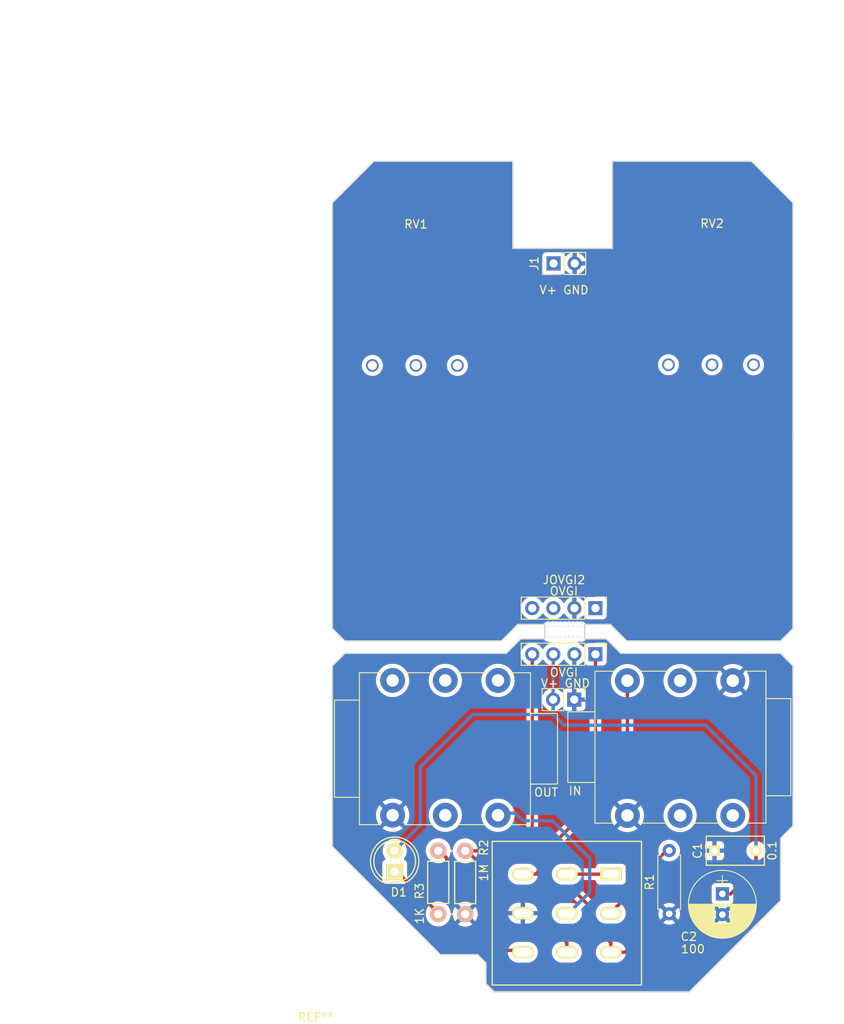
<source format=kicad_pcb>
(kicad_pcb (version 20221018) (generator pcbnew)
  (layers (0 "F.Cu" signal) (31 "B.Cu" signal) (34 "B.Paste" user) (35 "F.Paste" user) (36 "B.SilkS" user "B.Silkscreen") (37 "F.SilkS" user "F.Silkscreen") (38 "B.Mask" user) (39 "F.Mask" user) (44 "Edge.Cuts" user))
  (net 0 "")
  (net 4 "Net-(J2-Pad2)")
  (net 5 "Net-(SW1-Pad1)")
  (net 6 "Net-(R3-Pad2)")
  (net 7 "Net-(J3-Pad2)")
  (net 8 "Net-(D1-Pad1)")
  (net 9 "GND")
  (net 10 "/O")
  (net 11 "/I")
  (net 12 "+9V")
  (footprint "Pedal-Components:Potentiometer_ALPHA_RV16106N" (layer "F.Cu") (at 164.695 59.845)
    (fp_text reference "RV2" (at 0 -0.5 unlocked) (layer "F.SilkS"))
    (fp_text value "R_Potentiometer")
    (pad "1" thru_hole circle (at -5.25 16.5) (size 1.524 1.524) (drill 1.1) (layers "*.Cu" "*.Mask"))
    (pad "2" thru_hole circle (at 0 16.5) (size 1.524 1.524) (drill 1.1) (layers "*.Cu" "*.Mask"))
    (pad "3" thru_hole circle (at 5 16.5) (size 1.524 1.524) (drill 1.1) (layers "*.Cu" "*.Mask"))
  )
  (footprint "KiCad Lib:mousebites" (layer "F.Cu") (at 146.945 109.845)
    (fp_text reference "REF**" hide)
    (fp_text value "mousebites" hide)
    (pad "" thru_hole circle (at -2 -2) (size 0.2 0.2) (drill 0.2) (layers "*.Cu" "*.Mask"))
    (pad "" thru_hole circle (at -1.5 -2) (size 0.2 0.2) (drill 0.2) (layers "*.Cu" "*.Mask"))
    (pad "" thru_hole circle (at -1 -2) (size 0.2 0.2) (drill 0.2) (layers "*.Cu" "*.Mask"))
    (pad "" thru_hole circle (at -0.5 -2) (size 0.2 0.2) (drill 0.2) (layers "*.Cu" "*.Mask"))
    (pad "" thru_hole circle (at 0 -2) (size 0.2 0.2) (drill 0.2) (layers "*.Cu" "*.Mask"))
    (pad "" thru_hole circle (at 0.5 -2) (size 0.2 0.2) (drill 0.2) (layers "*.Cu" "*.Mask"))
    (pad "" thru_hole circle (at 1 -2) (size 0.2 0.2) (drill 0.2) (layers "*.Cu" "*.Mask"))
    (pad "" thru_hole circle (at 1.5 -2) (size 0.2 0.2) (drill 0.2) (layers "*.Cu" "*.Mask"))
    (pad "" thru_hole circle (at 2 -2) (size 0.2 0.2) (drill 0.2) (layers "*.Cu" "*.Mask"))
  )
  (footprint "Connectors:NMJ6HCD2" (layer "F.Cu") (at 167.195 114.375 -90)
    (fp_text reference "J2" hide)
    (fp_text value "IN" (at 13.28 19) (layer "F.SilkS"))
    (fp_line (start -1.14 -4) (end 17.15 -4) (stroke (width 0.12)) (layer "F.SilkS"))
    (fp_line (start -1.14 -1.45) (end -1.14 -4) (stroke (width 0.12)) (layer "F.SilkS"))
    (fp_line (start -1.14 4.89) (end -1.14 1.46) (stroke (width 0.12)) (layer "F.SilkS"))
    (fp_line (start -1.14 11.24) (end -1.14 7.81) (stroke (width 0.12)) (layer "F.SilkS"))
    (fp_line (start -1.14 16.61) (end -1.14 14.16) (stroke (width 0.12)) (layer "F.SilkS"))
    (fp_line (start -1.14 16.61) (end 17.15 16.61) (stroke (width 0.12)) (layer "F.SilkS"))
    (fp_line (start 2.16 -7) (end 2.16 -4) (stroke (width 0.12)) (layer "F.SilkS"))
    (fp_line (start 2.16 -7) (end 13.86 -7) (stroke (width 0.12)) (layer "F.SilkS"))
    (fp_line (start 3.75 16.64) (end 3.75 19.86) (stroke (width 0.12)) (layer "F.SilkS"))
    (fp_line (start 3.75 19.88) (end 12.23 19.88) (stroke (width 0.12)) (layer "F.SilkS"))
    (fp_line (start 12.26 16.64) (end 12.26 19.86) (stroke (width 0.12)) (layer "F.SilkS"))
    (fp_line (start 13.86 -7) (end 13.86 -4) (stroke (width 0.12)) (layer "F.SilkS"))
    (fp_line (start 17.15 -4) (end 17.15 -1.45) (stroke (width 0.12)) (layer "F.SilkS"))
    (fp_line (start 17.15 1.46) (end 17.15 4.89) (stroke (width 0.12)) (layer "F.SilkS"))
    (fp_line (start 17.15 7.81) (end 17.15 11.24) (stroke (width 0.12)) (layer "F.SilkS"))
    (fp_line (start 17.15 16.61) (end 17.15 14.16) (stroke (width 0.12)) (layer "F.SilkS"))
    (pad "1" thru_hole circle (at 0 0 270) (size 3 3) (drill 1.5) (layers "*.Cu" "*.Mask") (net 9 "GND"))
    (pad "2" thru_hole circle (at 0 12.7 270) (size 3 3) (drill 1.5) (layers "*.Cu" "*.Mask") (net 4 "Net-(J2-Pad2)"))
    (pad "3" thru_hole circle (at 0 6.35 270) (size 3 3) (drill 1.5) (layers "*.Cu" "*.Mask"))
    (pad "4" thru_hole circle (at 16.23 0 270) (size 3 3) (drill 1.5) (layers "*.Cu" "*.Mask"))
    (pad "5" thru_hole circle (at 16.23 12.7 270) (size 3 3) (drill 1.5) (layers "*.Cu" "*.Mask") (net 9 "GND"))
    (pad "6" thru_hole circle (at 16.23 6.35 270) (size 3 3) (drill 1.5) (layers "*.Cu" "*.Mask"))
  )
  (footprint "Resistors_ThroughHole:Resistor_Horizontal_RM7mm" (layer "F.Cu") (at 134.945 134.865 -90)
    (fp_text reference "R2" (at -0.38 -2.25 90) (layer "F.SilkS"))
    (fp_text value "1M" (at 2.62 -2.25 90) (layer "F.SilkS"))
    (fp_line (start 1.27 -1.27) (end 6.35 -1.27) (stroke (width 0.15)) (layer "F.SilkS"))
    (fp_line (start 1.27 1.27) (end 1.27 -1.27) (stroke (width 0.15)) (layer "F.SilkS"))
    (fp_line (start 6.35 -1.27) (end 6.35 1.27) (stroke (width 0.15)) (layer "F.SilkS"))
    (fp_line (start 6.35 1.27) (end 1.27 1.27) (stroke (width 0.15)) (layer "F.SilkS"))
    (pad "1" thru_hole circle (at 0 0 270) (size 1.99898 1.99898) (drill 1.00076) (layers "*.Cu" "*.SilkS" "*.Mask") (net 10 "/O"))
    (pad "2" thru_hole circle (at 7.62 0 270) (size 1.99898 1.99898) (drill 1.00076) (layers "*.Cu" "*.SilkS" "*.Mask") (net 9 "GND"))
  )
  (footprint "Pin_Headers:Pin_Header_Straight_1x02_Pitch2.54mm" (layer "F.Cu") (at 145.595 64.145 90)
    (fp_text reference "J1" (at 0 -2.33 90) (layer "F.SilkS"))
    (fp_text value "V+ GND" (at -3.2 1.26 180) (layer "F.SilkS"))
    (fp_line (start -1.33 -1.33) (end 0 -1.33) (stroke (width 0.12)) (layer "F.SilkS"))
    (fp_line (start -1.33 0) (end -1.33 -1.33) (stroke (width 0.12)) (layer "F.SilkS"))
    (fp_line (start -1.33 1.27) (end -1.33 3.87) (stroke (width 0.12)) (layer "F.SilkS"))
    (fp_line (start -1.33 1.27) (end 1.33 1.27) (stroke (width 0.12)) (layer "F.SilkS"))
    (fp_line (start -1.33 3.87) (end 1.33 3.87) (stroke (width 0.12)) (layer "F.SilkS"))
    (fp_line (start 1.33 1.27) (end 1.33 3.87) (stroke (width 0.12)) (layer "F.SilkS"))
    (pad "1" thru_hole rect (at 0 0 90) (size 1.7 1.7) (drill 1) (layers "*.Cu" "*.Mask") (net 12 "+9V"))
    (pad "2" thru_hole oval (at 0 2.54 90) (size 1.7 1.7) (drill 1) (layers "*.Cu" "*.Mask") (net 9 "GND"))
  )
  (footprint "Resistors_ThroughHole:Resistor_Horizontal_RM7mm" (layer "F.Cu") (at 131.695 142.465 90)
    (fp_text reference "R3" (at 2.75 -2.25 90) (layer "F.SilkS"))
    (fp_text value "1K" (at -0.25 -2.25 90) (layer "F.SilkS"))
    (fp_line (start 1.27 -1.27) (end 6.35 -1.27) (stroke (width 0.15)) (layer "F.SilkS"))
    (fp_line (start 1.27 1.27) (end 1.27 -1.27) (stroke (width 0.15)) (layer "F.SilkS"))
    (fp_line (start 6.35 -1.27) (end 6.35 1.27) (stroke (width 0.15)) (layer "F.SilkS"))
    (fp_line (start 6.35 1.27) (end 1.27 1.27) (stroke (width 0.15)) (layer "F.SilkS"))
    (pad "1" thru_hole circle (at 0 0 90) (size 1.99898 1.99898) (drill 1.00076) (layers "*.Cu" "*.SilkS" "*.Mask") (net 8 "Net-(D1-Pad1)"))
    (pad "2" thru_hole circle (at 7.62 0 90) (size 1.99898 1.99898) (drill 1.00076) (layers "*.Cu" "*.SilkS" "*.Mask") (net 6 "Net-(R3-Pad2)"))
  )
  (footprint "KiCad Lib:mousebites" (layer "F.Cu") (at 146.945 111.095)
    (fp_text reference "REF**" hide)
    (fp_text value "mousebites" hide)
    (pad "" thru_hole circle (at -2 -2) (size 0.2 0.2) (drill 0.2) (layers "*.Cu" "*.Mask"))
    (pad "" thru_hole circle (at -1.5 -2) (size 0.2 0.2) (drill 0.2) (layers "*.Cu" "*.Mask"))
    (pad "" thru_hole circle (at -1 -2) (size 0.2 0.2) (drill 0.2) (layers "*.Cu" "*.Mask"))
    (pad "" thru_hole circle (at -0.5 -2) (size 0.2 0.2) (drill 0.2) (layers "*.Cu" "*.Mask"))
    (pad "" thru_hole circle (at 0 -2) (size 0.2 0.2) (drill 0.2) (layers "*.Cu" "*.Mask"))
    (pad "" thru_hole circle (at 0.5 -2) (size 0.2 0.2) (drill 0.2) (layers "*.Cu" "*.Mask"))
    (pad "" thru_hole circle (at 1 -2) (size 0.2 0.2) (drill 0.2) (layers "*.Cu" "*.Mask"))
    (pad "" thru_hole circle (at 1.5 -2) (size 0.2 0.2) (drill 0.2) (layers "*.Cu" "*.Mask"))
    (pad "" thru_hole circle (at 2 -2) (size 0.2 0.2) (drill 0.2) (layers "*.Cu" "*.Mask"))
  )
  (footprint "Capacitors_THT:CP_Radial_D8.0mm_P2.50mm" (layer "F.Cu") (at 165.945 140.045 -90)
    (fp_text reference "C2" (at 5.15 4.05) (layer "F.SilkS"))
    (fp_text value "100" (at 6.65 3.55) (layer "F.SilkS"))
    (fp_line (start -2.2 0) (end -1 0) (stroke (width 0.12)) (layer "F.SilkS"))
    (fp_line (start -1.6 -0.65) (end -1.6 0.65) (stroke (width 0.12)) (layer "F.SilkS"))
    (fp_line (start 1.25 -4.05) (end 1.25 4.05) (stroke (width 0.12)) (layer "F.SilkS"))
    (fp_line (start 1.29 -4.05) (end 1.29 4.05) (stroke (width 0.12)) (layer "F.SilkS"))
    (fp_line (start 1.33 -4.05) (end 1.33 4.05) (stroke (width 0.12)) (layer "F.SilkS"))
    (fp_line (start 1.37 -4.049) (end 1.37 4.049) (stroke (width 0.12)) (layer "F.SilkS"))
    (fp_line (start 1.41 -4.047) (end 1.41 4.047) (stroke (width 0.12)) (layer "F.SilkS"))
    (fp_line (start 1.45 -4.046) (end 1.45 4.046) (stroke (width 0.12)) (layer "F.SilkS"))
    (fp_line (start 1.49 -4.043) (end 1.49 4.043) (stroke (width 0.12)) (layer "F.SilkS"))
    (fp_line (start 1.53 -4.041) (end 1.53 -0.98) (stroke (width 0.12)) (layer "F.SilkS"))
    (fp_line (start 1.53 0.98) (end 1.53 4.041) (stroke (width 0.12)) (layer "F.SilkS"))
    (fp_line (start 1.57 -4.038) (end 1.57 -0.98) (stroke (width 0.12)) (layer "F.SilkS"))
    (fp_line (start 1.57 0.98) (end 1.57 4.038) (stroke (width 0.12)) (layer "F.SilkS"))
    (fp_line (start 1.61 -4.035) (end 1.61 -0.98) (stroke (width 0.12)) (layer "F.SilkS"))
    (fp_line (start 1.61 0.98) (end 1.61 4.035) (stroke (width 0.12)) (layer "F.SilkS"))
    (fp_line (start 1.65 -4.031) (end 1.65 -0.98) (stroke (width 0.12)) (layer "F.SilkS"))
    (fp_line (start 1.65 0.98) (end 1.65 4.031) (stroke (width 0.12)) (layer "F.SilkS"))
    (fp_line (start 1.69 -4.027) (end 1.69 -0.98) (stroke (width 0.12)) (layer "F.SilkS"))
    (fp_line (start 1.69 0.98) (end 1.69 4.027) (stroke (width 0.12)) (layer "F.SilkS"))
    (fp_line (start 1.73 -4.022) (end 1.73 -0.98) (stroke (width 0.12)) (layer "F.SilkS"))
    (fp_line (start 1.73 0.98) (end 1.73 4.022) (stroke (width 0.12)) (layer "F.SilkS"))
    (fp_line (start 1.77 -4.017) (end 1.77 -0.98) (stroke (width 0.12)) (layer "F.SilkS"))
    (fp_line (start 1.77 0.98) (end 1.77 4.017) (stroke (width 0.12)) (layer "F.SilkS"))
    (fp_line (start 1.81 -4.012) (end 1.81 -0.98) (stroke (width 0.12)) (layer "F.SilkS"))
    (fp_line (start 1.81 0.98) (end 1.81 4.012) (stroke (width 0.12)) (layer "F.SilkS"))
    (fp_line (start 1.85 -4.006) (end 1.85 -0.98) (stroke (width 0.12)) (layer "F.SilkS"))
    (fp_line (start 1.85 0.98) (end 1.85 4.006) (stroke (width 0.12)) (layer "F.SilkS"))
    (fp_line (start 1.89 -4) (end 1.89 -0.98) (stroke (width 0.12)) (layer "F.SilkS"))
    (fp_line (start 1.89 0.98) (end 1.89 4) (stroke (width 0.12)) (layer "F.SilkS"))
    (fp_line (start 1.93 -3.994) (end 1.93 -0.98) (stroke (width 0.12)) (layer "F.SilkS"))
    (fp_line (start 1.93 0.98) (end 1.93 3.994) (stroke (width 0.12)) (layer "F.SilkS"))
    (fp_line (start 1.971 -3.987) (end 1.971 -0.98) (stroke (width 0.12)) (layer "F.SilkS"))
    (fp_line (start 1.971 0.98) (end 1.971 3.987) (stroke (width 0.12)) (layer "F.SilkS"))
    (fp_line (start 2.011 -3.979) (end 2.011 -0.98) (stroke (width 0.12)) (layer "F.SilkS"))
    (fp_line (start 2.011 0.98) (end 2.011 3.979) (stroke (width 0.12)) (layer "F.SilkS"))
    (fp_line (start 2.051 -3.971) (end 2.051 -0.98) (stroke (width 0.12)) (layer "F.SilkS"))
    (fp_line (start 2.051 0.98) (end 2.051 3.971) (stroke (width 0.12)) (layer "F.SilkS"))
    (fp_line (start 2.091 -3.963) (end 2.091 -0.98) (stroke (width 0.12)) (layer "F.SilkS"))
    (fp_line (start 2.091 0.98) (end 2.091 3.963) (stroke (width 0.12)) (layer "F.SilkS"))
    (fp_line (start 2.131 -3.955) (end 2.131 -0.98) (stroke (width 0.12)) (layer "F.SilkS"))
    (fp_line (start 2.131 0.98) (end 2.131 3.955) (stroke (width 0.12)) (layer "F.SilkS"))
    (fp_line (start 2.171 -3.946) (end 2.171 -0.98) (stroke (width 0.12)) (layer "F.SilkS"))
    (fp_line (start 2.171 0.98) (end 2.171 3.946) (stroke (width 0.12)) (layer "F.SilkS"))
    (fp_line (start 2.211 -3.936) (end 2.211 -0.98) (stroke (width 0.12)) (layer "F.SilkS"))
    (fp_line (start 2.211 0.98) (end 2.211 3.936) (stroke (width 0.12)) (layer "F.SilkS"))
    (fp_line (start 2.251 -3.926) (end 2.251 -0.98) (stroke (width 0.12)) (layer "F.SilkS"))
    (fp_line (start 2.251 0.98) (end 2.251 3.926) (stroke (width 0.12)) (layer "F.SilkS"))
    (fp_line (start 2.291 -3.916) (end 2.291 -0.98) (stroke (width 0.12)) (layer "F.SilkS"))
    (fp_line (start 2.291 0.98) (end 2.291 3.916) (stroke (width 0.12)) (layer "F.SilkS"))
    (fp_line (start 2.331 -3.905) (end 2.331 -0.98) (stroke (width 0.12)) (layer "F.SilkS"))
    (fp_line (start 2.331 0.98) (end 2.331 3.905) (stroke (width 0.12)) (layer "F.SilkS"))
    (fp_line (start 2.371 -3.894) (end 2.371 -0.98) (stroke (width 0.12)) (layer "F.SilkS"))
    (fp_line (start 2.371 0.98) (end 2.371 3.894) (stroke (width 0.12)) (layer "F.SilkS"))
    (fp_line (start 2.411 -3.883) (end 2.411 -0.98) (stroke (width 0.12)) (layer "F.SilkS"))
    (fp_line (start 2.411 0.98) (end 2.411 3.883) (stroke (width 0.12)) (layer "F.SilkS"))
    (fp_line (start 2.451 -3.87) (end 2.451 -0.98) (stroke (width 0.12)) (layer "F.SilkS"))
    (fp_line (start 2.451 0.98) (end 2.451 3.87) (stroke (width 0.12)) (layer "F.SilkS"))
    (fp_line (start 2.491 -3.858) (end 2.491 -0.98) (stroke (width 0.12)) (layer "F.SilkS"))
    (fp_line (start 2.491 0.98) (end 2.491 3.858) (stroke (width 0.12)) (layer "F.SilkS"))
    (fp_line (start 2.531 -3.845) (end 2.531 -0.98) (stroke (width 0.12)) (layer "F.SilkS"))
    (fp_line (start 2.531 0.98) (end 2.531 3.845) (stroke (width 0.12)) (layer "F.SilkS"))
    (fp_line (start 2.571 -3.832) (end 2.571 -0.98) (stroke (width 0.12)) (layer "F.SilkS"))
    (fp_line (start 2.571 0.98) (end 2.571 3.832) (stroke (width 0.12)) (layer "F.SilkS"))
    (fp_line (start 2.611 -3.818) (end 2.611 -0.98) (stroke (width 0.12)) (layer "F.SilkS"))
    (fp_line (start 2.611 0.98) (end 2.611 3.818) (stroke (width 0.12)) (layer "F.SilkS"))
    (fp_line (start 2.651 -3.803) (end 2.651 -0.98) (stroke (width 0.12)) (layer "F.SilkS"))
    (fp_line (start 2.651 0.98) (end 2.651 3.803) (stroke (width 0.12)) (layer "F.SilkS"))
    (fp_line (start 2.691 -3.789) (end 2.691 -0.98) (stroke (width 0.12)) (layer "F.SilkS"))
    (fp_line (start 2.691 0.98) (end 2.691 3.789) (stroke (width 0.12)) (layer "F.SilkS"))
    (fp_line (start 2.731 -3.773) (end 2.731 -0.98) (stroke (width 0.12)) (layer "F.SilkS"))
    (fp_line (start 2.731 0.98) (end 2.731 3.773) (stroke (width 0.12)) (layer "F.SilkS"))
    (fp_line (start 2.771 -3.758) (end 2.771 -0.98) (stroke (width 0.12)) (layer "F.SilkS"))
    (fp_line (start 2.771 0.98) (end 2.771 3.758) (stroke (width 0.12)) (layer "F.SilkS"))
    (fp_line (start 2.811 -3.741) (end 2.811 -0.98) (stroke (width 0.12)) (layer "F.SilkS"))
    (fp_line (start 2.811 0.98) (end 2.811 3.741) (stroke (width 0.12)) (layer "F.SilkS"))
    (fp_line (start 2.851 -3.725) (end 2.851 -0.98) (stroke (width 0.12)) (layer "F.SilkS"))
    (fp_line (start 2.851 0.98) (end 2.851 3.725) (stroke (width 0.12)) (layer "F.SilkS"))
    (fp_line (start 2.891 -3.707) (end 2.891 -0.98) (stroke (width 0.12)) (layer "F.SilkS"))
    (fp_line (start 2.891 0.98) (end 2.891 3.707) (stroke (width 0.12)) (layer "F.SilkS"))
    (fp_line (start 2.931 -3.69) (end 2.931 -0.98) (stroke (width 0.12)) (layer "F.SilkS"))
    (fp_line (start 2.931 0.98) (end 2.931 3.69) (stroke (width 0.12)) (layer "F.SilkS"))
    (fp_line (start 2.971 -3.671) (end 2.971 -0.98) (stroke (width 0.12)) (layer "F.SilkS"))
    (fp_line (start 2.971 0.98) (end 2.971 3.671) (stroke (width 0.12)) (layer "F.SilkS"))
    (fp_line (start 3.011 -3.652) (end 3.011 -0.98) (stroke (width 0.12)) (layer "F.SilkS"))
    (fp_line (start 3.011 0.98) (end 3.011 3.652) (stroke (width 0.12)) (layer "F.SilkS"))
    (fp_line (start 3.051 -3.633) (end 3.051 -0.98) (stroke (width 0.12)) (layer "F.SilkS"))
    (fp_line (start 3.051 0.98) (end 3.051 3.633) (stroke (width 0.12)) (layer "F.SilkS"))
    (fp_line (start 3.091 -3.613) (end 3.091 -0.98) (stroke (width 0.12)) (layer "F.SilkS"))
    (fp_line (start 3.091 0.98) (end 3.091 3.613) (stroke (width 0.12)) (layer "F.SilkS"))
    (fp_line (start 3.131 -3.593) (end 3.131 -0.98) (stroke (width 0.12)) (layer "F.SilkS"))
    (fp_line (start 3.131 0.98) (end 3.131 3.593) (stroke (width 0.12)) (layer "F.SilkS"))
    (fp_line (start 3.171 -3.572) (end 3.171 -0.98) (stroke (width 0.12)) (layer "F.SilkS"))
    (fp_line (start 3.171 0.98) (end 3.171 3.572) (stroke (width 0.12)) (layer "F.SilkS"))
    (fp_line (start 3.211 -3.55) (end 3.211 -0.98) (stroke (width 0.12)) (layer "F.SilkS"))
    (fp_line (start 3.211 0.98) (end 3.211 3.55) (stroke (width 0.12)) (layer "F.SilkS"))
    (fp_line (start 3.251 -3.528) (end 3.251 -0.98) (stroke (width 0.12)) (layer "F.SilkS"))
    (fp_line (start 3.251 0.98) (end 3.251 3.528) (stroke (width 0.12)) (layer "F.SilkS"))
    (fp_line (start 3.291 -3.505) (end 3.291 -0.98) (stroke (width 0.12)) (layer "F.SilkS"))
    (fp_line (start 3.291 0.98) (end 3.291 3.505) (stroke (width 0.12)) (layer "F.SilkS"))
    (fp_line (start 3.331 -3.482) (end 3.331 -0.98) (stroke (width 0.12)) (layer "F.SilkS"))
    (fp_line (start 3.331 0.98) (end 3.331 3.482) (stroke (width 0.12)) (layer "F.SilkS"))
    (fp_line (start 3.371 -3.458) (end 3.371 -0.98) (stroke (width 0.12)) (layer "F.SilkS"))
    (fp_line (start 3.371 0.98) (end 3.371 3.458) (stroke (width 0.12)) (layer "F.SilkS"))
    (fp_line (start 3.411 -3.434) (end 3.411 -0.98) (stroke (width 0.12)) (layer "F.SilkS"))
    (fp_line (start 3.411 0.98) (end 3.411 3.434) (stroke (width 0.12)) (layer "F.SilkS"))
    (fp_line (start 3.451 -3.408) (end 3.451 -0.98) (stroke (width 0.12)) (layer "F.SilkS"))
    (fp_line (start 3.451 0.98) (end 3.451 3.408) (stroke (width 0.12)) (layer "F.SilkS"))
    (fp_line (start 3.491 -3.383) (end 3.491 3.383) (stroke (width 0.12)) (layer "F.SilkS"))
    (fp_line (start 3.531 -3.356) (end 3.531 3.356) (stroke (width 0.12)) (layer "F.SilkS"))
    (fp_line (start 3.571 -3.329) (end 3.571 3.329) (stroke (width 0.12)) (layer "F.SilkS"))
    (fp_line (start 3.611 -3.301) (end 3.611 3.301) (stroke (width 0.12)) (layer "F.SilkS"))
    (fp_line (start 3.651 -3.272) (end 3.651 3.272) (stroke (width 0.12)) (layer "F.SilkS"))
    (fp_line (start 3.691 -3.243) (end 3.691 3.243) (stroke (width 0.12)) (layer "F.SilkS"))
    (fp_line (start 3.731 -3.213) (end 3.731 3.213) (stroke (width 0.12)) (layer "F.SilkS"))
    (fp_line (start 3.771 -3.182) (end 3.771 3.182) (stroke (width 0.12)) (layer "F.SilkS"))
    (fp_line (start 3.811 -3.15) (end 3.811 3.15) (stroke (width 0.12)) (layer "F.SilkS"))
    (fp_line (start 3.851 -3.118) (end 3.851 3.118) (stroke (width 0.12)) (layer "F.SilkS"))
    (fp_line (start 3.891 -3.084) (end 3.891 3.084) (stroke (width 0.12)) (layer "F.SilkS"))
    (fp_line (start 3.931 -3.05) (end 3.931 3.05) (stroke (width 0.12)) (layer "F.SilkS"))
    (fp_line (start 3.971 -3.015) (end 3.971 3.015) (stroke (width 0.12)) (layer "F.SilkS"))
    (fp_line (start 4.011 -2.979) (end 4.011 2.979) (stroke (width 0.12)) (layer "F.SilkS"))
    (fp_line (start 4.051 -2.942) (end 4.051 2.942) (stroke (width 0.12)) (layer "F.SilkS"))
    (fp_line (start 4.091 -2.904) (end 4.091 2.904) (stroke (width 0.12)) (layer "F.SilkS"))
    (fp_line (start 4.131 -2.865) (end 4.131 2.865) (stroke (width 0.12)) (layer "F.SilkS"))
    (fp_line (start 4.171 -2.824) (end 4.171 2.824) (stroke (width 0.12)) (layer "F.SilkS"))
    (fp_line (start 4.211 -2.783) (end 4.211 2.783) (stroke (width 0.12)) (layer "F.SilkS"))
    (fp_line (start 4.251 -2.74) (end 4.251 2.74) (stroke (width 0.12)) (layer "F.SilkS"))
    (fp_line (start 4.291 -2.697) (end 4.291 2.697) (stroke (width 0.12)) (layer "F.SilkS"))
    (fp_line (start 4.331 -2.652) (end 4.331 2.652) (stroke (width 0.12)) (layer "F.SilkS"))
    (fp_line (start 4.371 -2.605) (end 4.371 2.605) (stroke (width 0.12)) (layer "F.SilkS"))
    (fp_line (start 4.411 -2.557) (end 4.411 2.557) (stroke (width 0.12)) (layer "F.SilkS"))
    (fp_line (start 4.451 -2.508) (end 4.451 2.508) (stroke (width 0.12)) (layer "F.SilkS"))
    (fp_line (start 4.491 -2.457) (end 4.491 2.457) (stroke (width 0.12)) (layer "F.SilkS"))
    (fp_line (start 4.531 -2.404) (end 4.531 2.404) (stroke (width 0.12)) (layer "F.SilkS"))
    (fp_line (start 4.571 -2.349) (end 4.571 2.349) (stroke (width 0.12)) (layer "F.SilkS"))
    (fp_line (start 4.611 -2.293) (end 4.611 2.293) (stroke (width 0.12)) (layer "F.SilkS"))
    (fp_line (start 4.651 -2.234) (end 4.651 2.234) (stroke (width 0.12)) (layer "F.SilkS"))
    (fp_line (start 4.691 -2.173) (end 4.691 2.173) (stroke (width 0.12)) (layer "F.SilkS"))
    (fp_line (start 4.731 -2.109) (end 4.731 2.109) (stroke (width 0.12)) (layer "F.SilkS"))
    (fp_line (start 4.771 -2.043) (end 4.771 2.043) (stroke (width 0.12)) (layer "F.SilkS"))
    (fp_line (start 4.811 -1.974) (end 4.811 1.974) (stroke (width 0.12)) (layer "F.SilkS"))
    (fp_line (start 4.851 -1.902) (end 4.851 1.902) (stroke (width 0.12)) (layer "F.SilkS"))
    (fp_line (start 4.891 -1.826) (end 4.891 1.826) (stroke (width 0.12)) (layer "F.SilkS"))
    (fp_line (start 4.931 -1.745) (end 4.931 1.745) (stroke (width 0.12)) (layer "F.SilkS"))
    (fp_line (start 4.971 -1.66) (end 4.971 1.66) (stroke (width 0.12)) (layer "F.SilkS"))
    (fp_line (start 5.011 -1.57) (end 5.011 1.57) (stroke (width 0.12)) (layer "F.SilkS"))
    (fp_line (start 5.051 -1.473) (end 5.051 1.473) (stroke (width 0.12)) (layer "F.SilkS"))
    (fp_line (start 5.091 -1.369) (end 5.091 1.369) (stroke (width 0.12)) (layer "F.SilkS"))
    (fp_line (start 5.131 -1.254) (end 5.131 1.254) (stroke (width 0.12)) (layer "F.SilkS"))
    (fp_line (start 5.171 -1.127) (end 5.171 1.127) (stroke (width 0.12)) (layer "F.SilkS"))
    (fp_line (start 5.211 -0.983) (end 5.211 0.983) (stroke (width 0.12)) (layer "F.SilkS"))
    (fp_line (start 5.251 -0.814) (end 5.251 0.814) (stroke (width 0.12)) (layer "F.SilkS"))
    (fp_line (start 5.291 -0.598) (end 5.291 0.598) (stroke (width 0.12)) (layer "F.SilkS"))
    (fp_line (start 5.331 -0.246) (end 5.331 0.246) (stroke (width 0.12)) (layer "F.SilkS"))
    (fp_circle (center 1.25 0) (end 5.34 0) (stroke (width 0.12)) (fill none) (layer "F.SilkS"))
    (pad "1" thru_hole rect (at 0 0 270) (size 1.6 1.6) (drill 0.8) (layers "*.Cu" "*.Mask") (net 12 "+9V"))
    (pad "2" thru_hole circle (at 2.5 0 270) (size 1.6 1.6) (drill 0.8) (layers "*.Cu" "*.Mask") (net 9 "GND"))
  )
  (footprint "Pedal-Components:Potentiometer_ALPHA_RV16106N" (layer "F.Cu") (at 129.005 59.925)
    (fp_text reference "RV1" (at 0 -0.5 unlocked) (layer "F.SilkS"))
    (fp_text value "R_Potentiometer")
    (pad "1" thru_hole circle (at -5.25 16.5) (size 1.524 1.524) (drill 1.1) (layers "*.Cu" "*.Mask"))
    (pad "2" thru_hole circle (at 0 16.5) (size 1.524 1.524) (drill 1.1) (layers "*.Cu" "*.Mask"))
    (pad "3" thru_hole circle (at 5 16.5) (size 1.524 1.524) (drill 1.1) (layers "*.Cu" "*.Mask"))
  )
  (footprint "LEDs:LED-5MM" (layer "F.Cu") (at 126.445 137.385 90)
    (fp_text reference "D1" (at -2.46 0.5) (layer "F.SilkS"))
    (fp_text value "LED" hide)
    (fp_line (start -1.23 1.5) (end -1.23 -1.5) (stroke (width 0.15)) (layer "F.SilkS"))
    (fp_arc (start -1.23 -1.5) (mid 4.18544 -0.014565) (end -1.214888 1.524904) (stroke (width 0.15)) (layer "F.SilkS"))
    (fp_circle (center 1.27 0) (end 0.97 -2.5) (stroke (width 0.15)) (fill none) (layer "F.SilkS"))
    (pad "1" thru_hole rect (at 0 0 180) (size 2 1.9) (drill 1.00076) (layers "*.Cu" "*.Mask" "F.SilkS") (net 8 "Net-(D1-Pad1)"))
    (pad "2" thru_hole circle (at 2.54 0 90) (size 1.9 1.9) (drill 1.00076) (layers "*.Cu" "*.Mask" "F.SilkS") (net 12 "+9V"))
  )
  (footprint "Connectors:NMJ6HCD2" (layer "F.Cu") (at 126.195 130.575 90)
    (fp_text reference "J3" hide)
    (fp_text value "OUT" (at 2.75 18.5) (layer "F.SilkS"))
    (fp_line (start -1.14 -4) (end 17.15 -4) (stroke (width 0.12)) (layer "F.SilkS"))
    (fp_line (start -1.14 -1.45) (end -1.14 -4) (stroke (width 0.12)) (layer "F.SilkS"))
    (fp_line (start -1.14 4.89) (end -1.14 1.46) (stroke (width 0.12)) (layer "F.SilkS"))
    (fp_line (start -1.14 11.24) (end -1.14 7.81) (stroke (width 0.12)) (layer "F.SilkS"))
    (fp_line (start -1.14 16.61) (end -1.14 14.16) (stroke (width 0.12)) (layer "F.SilkS"))
    (fp_line (start -1.14 16.61) (end 17.15 16.61) (stroke (width 0.12)) (layer "F.SilkS"))
    (fp_line (start 2.16 -7) (end 2.16 -4) (stroke (width 0.12)) (layer "F.SilkS"))
    (fp_line (start 2.16 -7) (end 13.86 -7) (stroke (width 0.12)) (layer "F.SilkS"))
    (fp_line (start 3.75 16.64) (end 3.75 19.86) (stroke (width 0.12)) (layer "F.SilkS"))
    (fp_line (start 3.75 19.88) (end 12.23 19.88) (stroke (width 0.12)) (layer "F.SilkS"))
    (fp_line (start 12.26 16.64) (end 12.26 19.86) (stroke (width 0.12)) (layer "F.SilkS"))
    (fp_line (start 13.86 -7) (end 13.86 -4) (stroke (width 0.12)) (layer "F.SilkS"))
    (fp_line (start 17.15 -4) (end 17.15 -1.45) (stroke (width 0.12)) (layer "F.SilkS"))
    (fp_line (start 17.15 1.46) (end 17.15 4.89) (stroke (width 0.12)) (layer "F.SilkS"))
    (fp_line (start 17.15 7.81) (end 17.15 11.24) (stroke (width 0.12)) (layer "F.SilkS"))
    (fp_line (start 17.15 16.61) (end 17.15 14.16) (stroke (width 0.12)) (layer "F.SilkS"))
    (pad "1" thru_hole circle (at 0 0 90) (size 3 3) (drill 1.5) (layers "*.Cu" "*.Mask") (net 9 "GND"))
    (pad "2" thru_hole circle (at 0 12.7 90) (size 3 3) (drill 1.5) (layers "*.Cu" "*.Mask") (net 7 "Net-(J3-Pad2)"))
    (pad "3" thru_hole circle (at 0 6.35 90) (size 3 3) (drill 1.5) (layers "*.Cu" "*.Mask"))
    (pad "4" thru_hole circle (at 16.23 0 90) (size 3 3) (drill 1.5) (layers "*.Cu" "*.Mask"))
    (pad "5" thru_hole circle (at 16.23 12.7 90) (size 3 3) (drill 1.5) (layers "*.Cu" "*.Mask"))
    (pad "6" thru_hole circle (at 16.23 6.35 90) (size 3 3) (drill 1.5) (layers "*.Cu" "*.Mask"))
  )
  (footprint "Pin_Headers:Pin_Header_Straight_1x02_Pitch2.54mm" (layer "F.Cu") (at 148.085 116.655 -90)
    (fp_text reference "J4" hide)
    (fp_text value "V+ GND" (at -1.96 1.06) (layer "F.SilkS"))
    (fp_line (start -1.33 -1.33) (end 0 -1.33) (stroke (width 0.12)) (layer "F.SilkS"))
    (fp_line (start -1.33 0) (end -1.33 -1.33) (stroke (width 0.12)) (layer "F.SilkS"))
    (fp_line (start -1.33 1.27) (end -1.33 3.87) (stroke (width 0.12)) (layer "F.SilkS"))
    (fp_line (start -1.33 1.27) (end 1.33 1.27) (stroke (width 0.12)) (layer "F.SilkS"))
    (fp_line (start -1.33 3.87) (end 1.33 3.87) (stroke (width 0.12)) (layer "F.SilkS"))
    (fp_line (start 1.33 1.27) (end 1.33 3.87) (stroke (width 0.12)) (layer "F.SilkS"))
    (pad "1" thru_hole rect (at 0 0 270) (size 1.7 1.7) (drill 1) (layers "*.Cu" "*.Mask") (net 9 "GND"))
    (pad "2" thru_hole oval (at 0 2.54 270) (size 1.7 1.7) (drill 1) (layers "*.Cu" "*.Mask") (net 12 "+9V"))
  )
  (footprint "KiCad Lib:1590B" (layer "F.Cu") (at 116.915 154.395)
    (fp_text reference "REF**" (at 0 0.5) (layer "F.SilkS"))
    (fp_text value "1590B")
  )
  (footprint "KiCad Lib:3PDT-Footswitch" (layer "F.Cu") (at 147.195 142.37 180)
    (fp_text reference "SW1" hide)
    (fp_text value "SW_3PDT" hide)
    (fp_line (start -9 -8.65) (end -9 8.65) (stroke (width 0.15)) (layer "F.SilkS"))
    (fp_line (start -9 -8.65) (end 9 -8.65) (stroke (width 0.15)) (layer "F.SilkS"))
    (fp_line (start 9 -8.65) (end 9 8.65) (stroke (width 0.15)) (layer "F.SilkS"))
    (fp_line (start 9 8.65) (end -8.9 8.65) (stroke (width 0.15)) (layer "F.SilkS"))
    (pad "1" thru_hole rect (at -5.3 4.7 180) (size 2.6 1.5) (drill oval 2.1 1) (layers "*.Cu" "*.Mask" "F.SilkS") (net 5 "Net-(SW1-Pad1)"))
    (pad "2" thru_hole oval (at 0 4.7 180) (size 2.6 1.5) (drill oval 2.1 1) (layers "*.Cu" "*.Mask" "F.SilkS") (net 5 "Net-(SW1-Pad1)"))
    (pad "3" thru_hole oval (at 5.3 4.7 180) (size 2.6 1.5) (drill oval 2.1 1) (layers "*.Cu" "*.Mask" "F.SilkS") (net 11 "/I"))
    (pad "4" thru_hole oval (at -5.3 0 180) (size 2.6 1.5) (drill oval 2.1 1) (layers "*.Cu" "*.Mask" "F.SilkS") (net 4 "Net-(J2-Pad2)"))
    (pad "5" thru_hole oval (at 0 -0.025 180) (size 2.6 1.5) (drill oval 2.1 1) (layers "*.Cu" "*.Mask" "F.SilkS") (net 7 "Net-(J3-Pad2)"))
    (pad "6" thru_hole oval (at 5.3 0 180) (size 2.6 1.5) (drill oval 2.1 1) (layers "*.Cu" "*.Mask" "F.SilkS") (net 9 "GND"))
    (pad "7" thru_hole oval (at -5.3 -4.7 180) (size 2.6 1.5) (drill oval 2.1 1) (layers "*.Cu" "*.Mask" "F.SilkS") (net 11 "/I"))
    (pad "8" thru_hole oval (at 0 -4.7 180) (size 2.6 1.5) (drill oval 2.1 1) (layers "*.Cu" "*.Mask" "F.SilkS") (net 10 "/O"))
    (pad "9" thru_hole oval (at 5.3 -4.7 180) (size 2.6 1.5) (drill oval 2.1 1) (layers "*.Cu" "*.Mask" "F.SilkS") (net 6 "Net-(R3-Pad2)"))
  )
  (footprint "Resistor_THT:R_Axial_DIN0207_L6.3mm_D2.5mm_P7.62mm_Horizontal" (layer "F.Cu") (at 159.535 142.445 90)
    (fp_text reference "R1" (at 3.81 -2.37 90) (layer "F.SilkS"))
    (fp_text value "R")
    (fp_line (start 0.54 -1.37) (end 7.08 -1.37) (stroke (width 0.12)) (layer "F.SilkS"))
    (fp_line (start 0.54 -1.04) (end 0.54 -1.37) (stroke (width 0.12)) (layer "F.SilkS"))
    (fp_line (start 0.54 1.04) (end 0.54 1.37) (stroke (width 0.12)) (layer "F.SilkS"))
    (fp_line (start 0.54 1.37) (end 7.08 1.37) (stroke (width 0.12)) (layer "F.SilkS"))
    (fp_line (start 7.08 -1.37) (end 7.08 -1.04) (stroke (width 0.12)) (layer "F.SilkS"))
    (fp_line (start 7.08 1.37) (end 7.08 1.04) (stroke (width 0.12)) (layer "F.SilkS"))
    (pad "1" thru_hole circle (at 0 0 90) (size 1.6 1.6) (drill 0.8) (layers "*.Cu" "*.Mask") (net 9 "GND"))
    (pad "2" thru_hole oval (at 7.62 0 90) (size 1.6 1.6) (drill 0.8) (layers "*.Cu" "*.Mask"))
  )
  (footprint "Capacitors_ThroughHole:C_Rect_L7_W3.5_P5" (layer "F.Cu") (at 164.995 134.845)
    (fp_text reference "C1" (at -2.05 0 90) (layer "F.SilkS"))
    (fp_text value "0.1" (at 6.95 0 90) (layer "F.SilkS"))
    (fp_line (start -1 -1.75) (end 6 -1.75) (stroke (width 0.15)) (layer "F.SilkS"))
    (fp_line (start -1 1.75) (end -1 -1.75) (stroke (width 0.15)) (layer "F.SilkS"))
    (fp_line (start 6 -1.75) (end 6 1.75) (stroke (width 0.15)) (layer "F.SilkS"))
    (fp_line (start 6 1.75) (end -1 1.75) (stroke (width 0.15)) (layer "F.SilkS"))
    (pad "1" thru_hole rect (at 0 0) (size 1.3 1.3) (drill 0.8) (layers "*.Cu" "*.Mask" "F.SilkS") (net 9 "GND"))
    (pad "2" thru_hole circle (at 5 0) (size 1.3 1.3) (drill 0.8) (layers "*.Cu" "*.Mask" "F.SilkS") (net 12 "+9V"))
  )
  (footprint "Pin_Headers:Pin_Header_Straight_1x04_Pitch2.54mm" (layer "F.Cu") (at 150.645 111.195 -90)
    (fp_text reference "JOVGI1" hide)
    (fp_text value "OVGI" (at 2.2 3.8) (layer "F.SilkS"))
    (fp_line (start -1.33 -1.33) (end 0 -1.33) (stroke (width 0.12)) (layer "F.SilkS"))
    (fp_line (start -1.33 0) (end -1.33 -1.33) (stroke (width 0.12)) (layer "F.SilkS"))
    (fp_line (start -1.33 1.27) (end -1.33 8.95) (stroke (width 0.12)) (layer "F.SilkS"))
    (fp_line (start -1.33 1.27) (end 1.33 1.27) (stroke (width 0.12)) (layer "F.SilkS"))
    (fp_line (start -1.33 8.95) (end 1.33 8.95) (stroke (width 0.12)) (layer "F.SilkS"))
    (fp_line (start 1.33 1.27) (end 1.33 8.95) (stroke (width 0.12)) (layer "F.SilkS"))
    (pad "1" thru_hole rect (at 0 0 270) (size 1.7 1.7) (drill 1) (layers "*.Cu" "*.Mask") (net 11 "/I"))
    (pad "2" thru_hole oval (at 0 2.54 270) (size 1.7 1.7) (drill 1) (layers "*.Cu" "*.Mask") (net 9 "GND"))
    (pad "3" thru_hole oval (at 0 5.08 270) (size 1.7 1.7) (drill 1) (layers "*.Cu" "*.Mask") (net 12 "+9V"))
    (pad "4" thru_hole oval (at 0 7.62 270) (size 1.7 1.7) (drill 1) (layers "*.Cu" "*.Mask") (net 10 "/O"))
  )
  (footprint "Pin_Headers:Pin_Header_Straight_1x04_Pitch2.54mm" (layer "F.Cu") (at 150.645 105.645 -90)
    (fp_text reference "JOVGI2" (at -3.4 3.8) (layer "F.SilkS"))
    (fp_text value "OVGI" (at -2.05 3.8) (layer "F.SilkS"))
    (fp_line (start -1.33 -1.33) (end 0 -1.33) (stroke (width 0.12)) (layer "F.SilkS"))
    (fp_line (start -1.33 0) (end -1.33 -1.33) (stroke (width 0.12)) (layer "F.SilkS"))
    (fp_line (start -1.33 1.27) (end -1.33 8.95) (stroke (width 0.12)) (layer "F.SilkS"))
    (fp_line (start -1.33 1.27) (end 1.33 1.27) (stroke (width 0.12)) (layer "F.SilkS"))
    (fp_line (start -1.33 8.95) (end 1.33 8.95) (stroke (width 0.12)) (layer "F.SilkS"))
    (fp_line (start 1.33 1.27) (end 1.33 8.95) (stroke (width 0.12)) (layer "F.SilkS"))
    (pad "1" thru_hole rect (at 0 0 270) (size 1.7 1.7) (drill 1) (layers "*.Cu" "*.Mask") (net 11 "/I"))
    (pad "2" thru_hole oval (at 0 2.54 270) (size 1.7 1.7) (drill 1) (layers "*.Cu" "*.Mask") (net 9 "GND"))
    (pad "3" thru_hole oval (at 0 5.08 270) (size 1.7 1.7) (drill 1) (layers "*.Cu" "*.Mask") (net 12 "+9V"))
    (pad "4" thru_hole oval (at 0 7.62 270) (size 1.7 1.7) (drill 1) (layers "*.Cu" "*.Mask") (net 10 "/O"))
  )
  (gr_line (start 140.695 62.345) (end 152.695 62.345) (stroke (width 0.15)) (layer "Edge.Cuts"))
  (gr_line (start 149.345 107.595) (end 152.445 107.595) (stroke (width 0.15)) (layer "Edge.Cuts"))
  (gr_line (start 118.945 56.845) (end 123.945 51.845) (stroke (width 0.15)) (layer "Edge.Cuts"))
  (gr_line (start 172.945 133.345) (end 172.945 140.845) (stroke (width 0.15)) (layer "Edge.Cuts"))
  (gr_line (start 137.445 148.345) (end 136.445 147.345) (stroke (width 0.15)) (layer "Edge.Cuts"))
  (gr_line (start 120.445 111.095) (end 118.945 112.595) (stroke (width 0.15)) (layer "Edge.Cuts"))
  (gr_line (start 152.445 107.595) (end 154.445 109.595) (stroke (width 0.15)) (layer "Edge.Cuts"))
  (gr_line (start 172.945 109.595) (end 174.445 108.095) (stroke (width 0.15)) (layer "Edge.Cuts"))
  (gr_line (start 149.345 107.595) (end 149.345 109.345) (stroke (width 0.15)) (layer "Edge.Cuts"))
  (gr_line (start 139.895 111.095) (end 120.945 111.095) (stroke (width 0.15)) (layer "Edge.Cuts"))
  (gr_line (start 141.295 107.595) (end 144.545 107.595) (stroke (width 0.15)) (layer "Edge.Cuts"))
  (gr_line (start 141.645 109.345) (end 144.545 109.345) (stroke (width 0.15)) (layer "Edge.Cuts"))
  (gr_line (start 120.445 109.595) (end 118.945 108.095) (stroke (width 0.15)) (layer "Edge.Cuts"))
  (gr_line (start 151.945 109.345) (end 153.695 111.095) (stroke (width 0.15)) (layer "Edge.Cuts"))
  (gr_line (start 174.445 112.595) (end 172.945 111.095) (stroke (width 0.15)) (layer "Edge.Cuts"))
  (gr_line (start 153.695 111.095) (end 168.695 111.095) (stroke (width 0.15)) (layer "Edge.Cuts"))
  (gr_line (start 131.945 147.345) (end 130.945 146.345) (stroke (width 0.15)) (layer "Edge.Cuts"))
  (gr_line (start 140.695 51.845) (end 140.695 62.345) (stroke (width 0.15)) (layer "Edge.Cuts"))
  (gr_line (start 141.295 107.595) (end 139.295 109.595) (stroke (width 0.15)) (layer "Edge.Cuts"))
  (gr_line (start 154.445 109.595) (end 172.945 109.595) (stroke (width 0.15)) (layer "Edge.Cuts"))
  (gr_line (start 141.645 109.345) (end 139.895 111.095) (stroke (width 0.15)) (layer "Edge.Cuts"))
  (gr_line (start 174.445 108.095) (end 174.445 84.845) (stroke (width 0.15)) (layer "Edge.Cuts"))
  (gr_line (start 130.945 146.345) (end 118.945 134.345) (stroke (width 0.15)) (layer "Edge.Cuts"))
  (gr_line (start 174.445 84.845) (end 174.445 56.845) (stroke (width 0.15)) (layer "Edge.Cuts"))
  (gr_line (start 174.445 131.845) (end 174.445 112.595) (stroke (width 0.15)) (layer "Edge.Cuts"))
  (gr_line (start 138.445 151.845) (end 161.945 151.845) (stroke (width 0.15)) (layer "Edge.Cuts"))
  (gr_line (start 118.945 56.845) (end 118.945 108.095) (stroke (width 0.15)) (layer "Edge.Cuts"))
  (gr_line (start 149.345 109.345) (end 151.945 109.345) (stroke (width 0.15)) (layer "Edge.Cuts"))
  (gr_line (start 136.445 147.345) (end 132.445 147.345) (stroke (width 0.15)) (layer "Edge.Cuts"))
  (gr_line (start 140.695 51.845) (end 123.945 51.845) (stroke (width 0.15)) (layer "Edge.Cuts"))
  (gr_line (start 172.945 111.095) (end 168.695 111.095) (stroke (width 0.15)) (layer "Edge.Cuts"))
  (gr_line (start 120.945 111.095) (end 120.445 111.095) (stroke (width 0.15)) (layer "Edge.Cuts"))
  (gr_line (start 132.445 147.345) (end 131.945 147.345) (stroke (width 0.15)) (layer "Edge.Cuts"))
  (gr_line (start 118.945 134.345) (end 118.945 120.845) (stroke (width 0.15)) (layer "Edge.Cuts"))
  (gr_line (start 137.445 150.845) (end 137.445 148.345) (stroke (width 0.15)) (layer "Edge.Cuts"))
  (gr_line (start 172.945 133.345) (end 174.445 131.845) (stroke (width 0.15)) (layer "Edge.Cuts"))
  (gr_line (start 118.945 112.595) (end 118.945 120.845) (stroke (width 0.15)) (layer "Edge.Cuts"))
  (gr_line (start 120.445 109.595) (end 120.445 109.595) (stroke (width 0.15)) (layer "Edge.Cuts"))
  (gr_line (start 152.695 62.345) (end 152.695 51.845) (stroke (width 0.15)) (layer "Edge.Cuts"))
  (gr_line (start 169.445 51.845) (end 174.445 56.845) (stroke (width 0.15)) (layer "Edge.Cuts"))
  (gr_line (start 139.295 109.595) (end 120.445 109.595) (stroke (width 0.15)) (layer "Edge.Cuts"))
  (gr_line (start 144.545 107.595) (end 144.545 109.345) (stroke (width 0.15)) (layer "Edge.Cuts"))
  (gr_line (start 172.945 140.845) (end 161.945 151.845) (stroke (width 0.15)) (layer "Edge.Cuts"))
  (gr_line (start 152.695 51.845) (end 169.445 51.845) (stroke (width 0.15)) (layer "Edge.Cuts"))
  (gr_line (start 138.445 151.845) (end 137.445 150.845) (stroke (width 0.15)) (layer "Edge.Cuts"))
  (segment (start 151.425 128.335) (end 154.495 125.265) (width 0.4) (layer "F.Cu") (net 4))
  (segment (start 153.22 142.37) (end 152.495 142.37) (width 0.4) (layer "F.Cu") (net 4))
  (segment (start 152.605 133.855) (end 151.425 132.675) (width 0.4) (layer "F.Cu") (net 4))
  (segment (start 153.635 133.855) (end 152.605 133.855) (width 0.4) (layer "F.Cu") (net 4))
  (segment (start 151.425 132.675) (end 151.425 128.335) (width 0.4) (layer "F.Cu") (net 4))
  (segment (start 155.445 135.665) (end 153.635 133.855) (width 0.4) (layer "F.Cu") (net 4))
  (segment (start 152.495 142.295) (end 155.445 139.345) (width 0.4) (layer "F.Cu") (net 4))
  (segment (start 155.445 139.345) (end 155.445 135.665) (width 0.4) (layer "F.Cu") (net 4))
  (segment (start 154.495 125.265) (end 154.495 114.375) (width 0.4) (layer "F.Cu") (net 4))
  (segment (start 152.495 142.37) (end 152.495 142.295) (width 0.4) (layer "F.Cu") (net 4))
  (segment (start 147.195 137.67) (end 148.895 137.67) (width 0.4) (layer "F.Cu") (net 5))
  (segment (start 148.895 137.67) (end 152.495 137.67) (width 0.4) (layer "F.Cu") (net 5))
  (segment (start 140.045 146.845) (end 141.67 146.845) (width 0.4) (layer "F.Cu") (net 6))
  (segment (start 131.815 134.845) (end 132.694489 135.724489) (width 0.4) (layer "F.Cu") (net 6))
  (segment (start 132.694489 135.724489) (end 132.694489 137.594489) (width 0.4) (layer "F.Cu") (net 6))
  (segment (start 134.845 139.745) (end 137.145 139.745) (width 0.4) (layer "F.Cu") (net 6))
  (segment (start 138.145 140.745) (end 138.145 144.945) (width 0.4) (layer "F.Cu") (net 6))
  (segment (start 132.694489 137.594489) (end 134.845 139.745) (width 0.4) (layer "F.Cu") (net 6))
  (segment (start 137.145 139.745) (end 138.145 140.745) (width 0.4) (layer "F.Cu") (net 6))
  (segment (start 138.145 144.945) (end 140.045 146.845) (width 0.4) (layer "F.Cu") (net 6))
  (segment (start 141.67 146.845) (end 141.895 147.07) (width 0.4) (layer "F.Cu") (net 6))
  (segment (start 131.695 134.845) (end 131.815 134.845) (width 0.4) (layer "F.Cu") (net 6))
  (segment (start 145.445 131.245) (end 149.945 135.745) (width 0.4) (layer "B.Cu") (net 7))
  (segment (start 141.01632 130.325) (end 141.93632 131.245) (width 0.4) (layer "B.Cu") (net 7))
  (segment (start 141.93632 131.245) (end 145.445 131.245) (width 0.4) (layer "B.Cu") (net 7))
  (segment (start 147.395 142.395) (end 147.195 142.395) (width 0.4) (layer "B.Cu") (net 7))
  (segment (start 149.945 135.745) (end 149.945 139.845) (width 0.4) (layer "B.Cu") (net 7))
  (segment (start 149.945 139.845) (end 147.395 142.395) (width 0.4) (layer "B.Cu") (net 7))
  (segment (start 138.895 130.325) (end 141.01632 130.325) (width 0.4) (layer "B.Cu") (net 7))
  (segment (start 130.695511 141.345511) (end 131.695 142.345) (width 0.4) (layer "F.Cu") (net 8))
  (segment (start 126.695 137.345) (end 130.695511 141.345511) (width 0.4) (layer "F.Cu") (net 8))
  (segment (start 126.445 137.345) (end 126.695 137.345) (width 0.4) (layer "F.Cu") (net 8))
  (segment (start 136.024489 135.724489) (end 140.345 140.045) (width 0.4) (layer "F.Cu") (net 10))
  (segment (start 134.945 134.865) (end 135.165 134.865) (width 0.4) (layer "F.Cu") (net 10))
  (segment (start 135.165 134.865) (end 136.024489 135.724489) (width 0.4) (layer "F.Cu") (net 10))
  (segment (start 140.925 134.865) (end 134.945 134.865) (width 0.4) (layer "F.Cu") (net 10))
  (segment (start 144.545 141.445) (end 144.545 143.27) (width 0.4) (layer "F.Cu") (net 10))
  (segment (start 147.195 145.92) (end 147.195 147.07) (width 0.4) (layer "F.Cu") (net 10))
  (segment (start 140.345 140.045) (end 143.145 140.045) (width 0.4) (layer "F.Cu") (net 10))
  (segment (start 144.545 143.27) (end 147.195 145.92) (width 0.4) (layer "F.Cu") (net 10))
  (segment (start 143.025 111.195) (end 143.025 132.765) (width 0.4) (layer "F.Cu") (net 10))
  (segment (start 143.025 132.765) (end 140.925 134.865) (width 0.4) (layer "F.Cu") (net 10))
  (segment (start 143.145 140.045) (end 144.545 141.445) (width 0.4) (layer "F.Cu") (net 10))
  (segment (start 144.445 138.345) (end 143.77 137.67) (width 0.4) (layer "F.Cu") (net 11))
  (segment (start 143.745 137.37) (end 143.745 135.845) (width 0.4) (layer "F.Cu") (net 11))
  (segment (start 144.445 138.845) (end 144.445 138.345) (width 0.4) (layer "F.Cu") (net 11))
  (segment (start 157.945 136.095) (end 159.445 134.595) (width 0.4) (layer "F.Cu") (net 11))
  (segment (start 141.895 137.67) (end 143.445 137.67) (width 0.4) (layer "F.Cu") (net 11))
  (segment (start 143.77 137.67) (end 143.445 137.67) (width 0.4) (layer "F.Cu") (net 11))
  (segment (start 157.945 139.845) (end 157.945 136.095) (width 0.4) (layer "F.Cu") (net 11))
  (segment (start 148.345 139.945) (end 145.545 139.945) (width 0.4) (layer "F.Cu") (net 11))
  (segment (start 149.845 141.445) (end 148.345 139.945) (width 0.4) (layer "F.Cu") (net 11))
  (segment (start 143.445 137.67) (end 143.745 137.37) (width 0.4) (layer "F.Cu") (net 11))
  (segment (start 152.495 147.07) (end 152.495 145.92) (width 0.4) (layer "F.Cu") (net 11))
  (segment (start 143.745 135.845) (end 148.945 130.645) (width 0.4) (layer "F.Cu") (net 11))
  (segment (start 152.495 147.07) (end 154.195 147.07) (width 0.4) (layer "F.Cu") (net 11))
  (segment (start 145.545 139.945) (end 144.445 138.845) (width 0.4) (layer "F.Cu") (net 11))
  (segment (start 155.87 145.42) (end 156.445 144.845) (width 0.4) (layer "F.Cu") (net 11))
  (segment (start 150.645 115.465) (end 150.645 122.785) (width 0.4) (layer "F.Cu") (net 11))
  (segment (start 152.495 145.92) (end 149.845 143.27) (width 0.4) (layer "F.Cu") (net 11))
  (segment (start 154.195 147.07) (end 155.845 145.42) (width 0.4) (layer "F.Cu") (net 11))
  (segment (start 148.945 130.645) (end 148.945 124.485) (width 0.4) (layer "F.Cu") (net 11))
  (segment (start 156.445 144.845) (end 156.445 141.345) (width 0.4) (layer "F.Cu") (net 11))
  (segment (start 149.845 143.27) (end 149.845 141.445) (width 0.4) (layer "F.Cu") (net 11))
  (segment (start 148.945 124.485) (end 150.645 122.785) (width 0.4) (layer "F.Cu") (net 11))
  (segment (start 156.445 141.345) (end 157.945 139.845) (width 0.4) (layer "F.Cu") (net 11))
  (segment (start 155.845 145.42) (end 155.87 145.42) (width 0.4) (layer "F.Cu") (net 11))
  (segment (start 150.645 111.195) (end 150.645 115.465) (width 0.4) (layer "F.Cu") (net 11))
  (segment (start 165.945 140.045) (end 166.945 140.045) (width 0.4) (layer "F.Cu") (net 12))
  (segment (start 169.995 136.995) (end 169.995 135.764238) (width 0.4) (layer "F.Cu") (net 12))
  (segment (start 169.995 135.764238) (end 169.995 134.845) (width 0.4) (layer "F.Cu") (net 12))
  (segment (start 166.945 140.045) (end 169.995 136.995) (width 0.4) (layer "F.Cu") (net 12))
  (segment (start 145.595 105.615) (end 145.565 105.645) (width 0.4) (layer "B.Cu") (net 12))
  (segment (start 163.945 119.745) (end 169.995 125.795) (width 0.4) (layer "B.Cu") (net 12))
  (segment (start 145.545 118.445) (end 146.845 119.745) (width 0.4) (layer "B.Cu") (net 12))
  (segment (start 145.545 117.945) (end 145.545 118.445) (width 0.4) (layer "B.Cu") (net 12))
  (segment (start 129.545 131.745) (end 126.445 134.845) (width 0.4) (layer "B.Cu") (net 12))
  (segment (start 146.845 119.745) (end 163.945 119.745) (width 0.4) (layer "B.Cu") (net 12))
  (segment (start 145.565 111.195) (end 145.565 112.397081) (width 0.4) (layer "B.Cu") (net 12))
  (segment (start 129.545 124.745) (end 129.545 131.745) (width 0.4) (layer "B.Cu") (net 12))
  (segment (start 135.845 118.445) (end 129.545 124.745) (width 0.4) (layer "B.Cu") (net 12))
  (segment (start 145.545 118.445) (end 135.845 118.445) (width 0.4) (layer "B.Cu") (net 12))
  (segment (start 145.545 116.655) (end 145.545 117.945) (width 0.4) (layer "B.Cu") (net 12))
  (segment (start 145.545 112.417081) (end 145.545 117.945) (width 0.4) (layer "B.Cu") (net 12))
  (segment (start 145.565 112.397081) (end 145.545 112.417081) (width 0.4) (layer "B.Cu") (net 12))
  (segment (start 169.995 125.795) (end 169.995 134.845) (width 0.4) (layer "B.Cu") (net 12))
  (zone (net 9) (net_name "GND") (layers "F&B.Cu") (connect_pads (clearance 0.508)) (min_thickness 0.254) (fill yes (thermal_gap 0.508) (thermal_bridge_width 0.508))
    (polygon (pts (xy 118.195 152.345) (xy 175.195 152.345) (xy 175.195 44.345) (xy 118.195 44.345)))
  )
)
</source>
